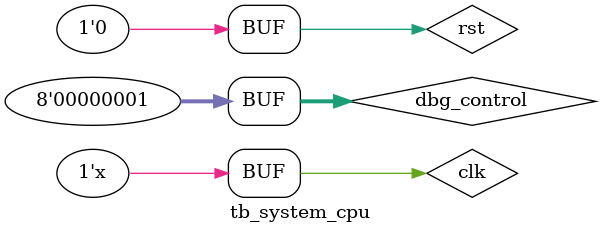
<source format=v>
`timescale 1ns / 1ps


module tb_system_cpu(

    );
    
    

    
    reg clk, rst;
        reg [7:0] dbg_control;
        wire [31:0] iobus;
        wire [31:0] mem_bus_in, abus, dbg_reg_PC, dbg_reg_IRA, dbg_reg_MAR, dbg_reg_MBR, dbg_reg_IRB, dbg_reg_ALUZ, mem_bus_out;
        wire [7:0] status_indicators;
        wire we_mem, re_mem;
    
    sys_ram_8k ram0(clk, we_mem, abus, mem_bus_in, mem_bus_out);
    cpu uut0(clk, rst, dbg_control, mem_bus_out, iobus, mem_bus_in, abus, status_indicators, we_mem, re_mem, dbg_reg_PC, dbg_reg_IRA, dbg_reg_MAR, dbg_reg_MBR, dbg_reg_IRB, dbg_reg_ALUZ);
    
    initial begin
        
        clk = 0;
        rst = 1;
        dbg_control = 1;
        #100;
        rst = 0;
        end
        
        
        
        always begin
        
        clk = ~clk;
        #10;
        end
    
    
endmodule

</source>
